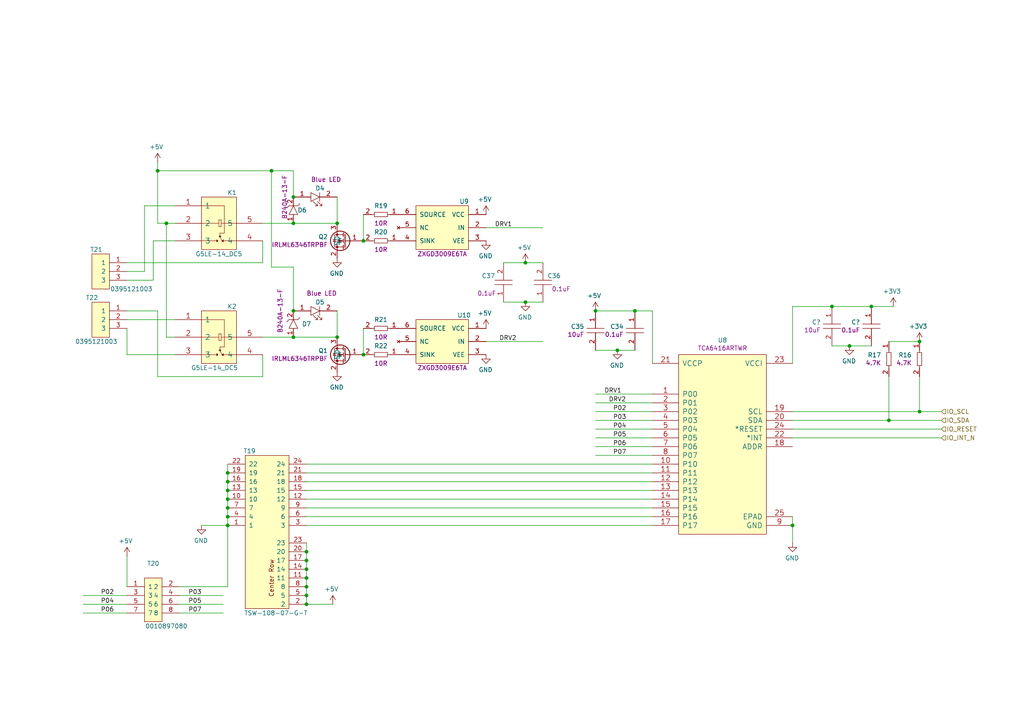
<source format=kicad_sch>
(kicad_sch (version 20230121) (generator eeschema)
  (paper "A4")
  (junction (at 88.9 170.18))
  (junction (at 66.04 137.16))
  (junction (at 97.79 97.79))
  (junction (at 85.09 64.77))
  (junction (at 45.72 49.53))
  (junction (at 48.26 64.77))
  (junction (at 179.07 101.6))
  (junction (at 184.15 90.17))
  (junction (at 252.73 88.9))
  (junction (at 85.09 57.15))
  (junction (at 88.9 160.02))
  (junction (at 66.04 147.32))
  (junction (at 66.04 149.86))
  (junction (at 105.41 69.85))
  (junction (at 88.9 162.56))
  (junction (at 241.3 88.9))
  (junction (at 85.09 90.17))
  (junction (at 172.72 90.17))
  (junction (at 88.9 165.1))
  (junction (at 246.38 100.33))
  (junction (at 85.09 97.79))
  (junction (at 66.04 144.78))
  (junction (at 229.87 152.4))
  (junction (at 97.79 64.77))
  (junction (at 266.7 99.06))
  (junction (at 105.41 102.87))
  (junction (at 257.81 121.92))
  (junction (at 88.9 167.64))
  (junction (at 266.7 119.38))
  (junction (at 88.9 175.26))
  (junction (at 152.4 76.2))
  (junction (at 66.04 139.7))
  (junction (at 152.4 87.63))
  (junction (at 88.9 172.72))
  (junction (at 66.04 152.4))
  (junction (at 66.04 142.24))
  (junction (at 78.74 49.53))
  (wire (pts (xy 85.09 90.17) (xy 85.09 77.47)))
  (wire (pts (xy 48.26 64.77) (xy 48.26 97.79)))
  (wire (pts (xy 229.87 127) (xy 273.05 127)))
  (wire (pts (xy 36.83 76.2) (xy 76.2 76.2)))
  (wire (pts (xy 229.87 152.4) (xy 229.87 157.48)))
  (wire (pts (xy 184.15 101.6) (xy 179.07 101.6)))
  (wire (pts (xy 88.9 160.02) (xy 88.9 162.56)))
  (wire (pts (xy 44.45 81.28) (xy 36.83 81.28)))
  (wire (pts (xy 45.72 49.53) (xy 45.72 64.77)))
  (wire (pts (xy 66.04 142.24) (xy 66.04 144.78)))
  (wire (pts (xy 66.04 152.4) (xy 66.04 170.18)))
  (wire (pts (xy 189.23 149.86) (xy 88.9 149.86)))
  (wire (pts (xy 252.73 100.33) (xy 246.38 100.33)))
  (wire (pts (xy 44.45 69.85) (xy 44.45 81.28)))
  (wire (pts (xy 97.79 97.79) (xy 97.79 90.17)))
  (wire (pts (xy 85.09 97.79) (xy 97.79 97.79)))
  (wire (pts (xy 229.87 88.9) (xy 241.3 88.9)))
  (wire (pts (xy 36.83 102.87) (xy 36.83 95.25)))
  (wire (pts (xy 179.07 101.6) (xy 172.72 101.6)))
  (wire (pts (xy 66.04 134.62) (xy 66.04 137.16)))
  (wire (pts (xy 88.9 167.64) (xy 88.9 170.18)))
  (wire (pts (xy 88.9 170.18) (xy 88.9 172.72)))
  (wire (pts (xy 229.87 105.41) (xy 229.87 88.9)))
  (wire (pts (xy 189.23 90.17) (xy 189.23 105.41)))
  (wire (pts (xy 36.83 92.71) (xy 50.8 92.71)))
  (wire (pts (xy 189.23 137.16) (xy 88.9 137.16)))
  (wire (pts (xy 64.77 172.72) (xy 52.07 172.72)))
  (wire (pts (xy 172.72 124.46) (xy 189.23 124.46)))
  (wire (pts (xy 36.83 175.26) (xy 24.13 175.26)))
  (wire (pts (xy 105.41 69.85) (xy 105.41 62.23)))
  (wire (pts (xy 45.72 90.17) (xy 45.72 109.22)))
  (wire (pts (xy 229.87 119.38) (xy 266.7 119.38)))
  (wire (pts (xy 172.72 129.54) (xy 189.23 129.54)))
  (wire (pts (xy 189.23 142.24) (xy 88.9 142.24)))
  (wire (pts (xy 50.8 69.85) (xy 44.45 69.85)))
  (wire (pts (xy 266.7 109.22) (xy 266.7 119.38)))
  (wire (pts (xy 50.8 102.87) (xy 36.83 102.87)))
  (wire (pts (xy 157.48 76.2) (xy 152.4 76.2)))
  (wire (pts (xy 52.07 170.18) (xy 66.04 170.18)))
  (wire (pts (xy 88.9 162.56) (xy 88.9 165.1)))
  (wire (pts (xy 152.4 76.2) (xy 146.05 76.2)))
  (wire (pts (xy 172.72 132.08) (xy 189.23 132.08)))
  (wire (pts (xy 229.87 149.86) (xy 229.87 152.4)))
  (wire (pts (xy 76.2 97.79) (xy 85.09 97.79)))
  (wire (pts (xy 172.72 116.84) (xy 189.23 116.84)))
  (wire (pts (xy 88.9 172.72) (xy 88.9 175.26)))
  (wire (pts (xy 45.72 109.22) (xy 76.2 109.22)))
  (wire (pts (xy 88.9 165.1) (xy 88.9 167.64)))
  (wire (pts (xy 189.23 139.7) (xy 88.9 139.7)))
  (wire (pts (xy 172.72 127) (xy 189.23 127)))
  (wire (pts (xy 66.04 149.86) (xy 66.04 152.4)))
  (wire (pts (xy 78.74 77.47) (xy 78.74 49.53)))
  (wire (pts (xy 241.3 88.9) (xy 252.73 88.9)))
  (wire (pts (xy 36.83 177.8) (xy 24.13 177.8)))
  (wire (pts (xy 105.41 102.87) (xy 105.41 95.25)))
  (wire (pts (xy 246.38 100.33) (xy 241.3 100.33)))
  (wire (pts (xy 257.81 109.22) (xy 257.81 121.92)))
  (wire (pts (xy 66.04 147.32) (xy 66.04 149.86)))
  (wire (pts (xy 36.83 90.17) (xy 45.72 90.17)))
  (wire (pts (xy 152.4 87.63) (xy 157.48 87.63)))
  (wire (pts (xy 172.72 119.38) (xy 189.23 119.38)))
  (wire (pts (xy 36.83 170.18) (xy 36.83 161.29)))
  (wire (pts (xy 189.23 147.32) (xy 88.9 147.32)))
  (wire (pts (xy 45.72 49.53) (xy 78.74 49.53)))
  (wire (pts (xy 48.26 64.77) (xy 45.72 64.77)))
  (wire (pts (xy 88.9 157.48) (xy 88.9 160.02)))
  (wire (pts (xy 88.9 175.26) (xy 96.52 175.26)))
  (wire (pts (xy 41.91 78.74) (xy 36.83 78.74)))
  (wire (pts (xy 85.09 77.47) (xy 78.74 77.47)))
  (wire (pts (xy 172.72 90.17) (xy 184.15 90.17)))
  (wire (pts (xy 66.04 139.7) (xy 66.04 142.24)))
  (wire (pts (xy 76.2 76.2) (xy 76.2 69.85)))
  (wire (pts (xy 50.8 59.69) (xy 41.91 59.69)))
  (wire (pts (xy 78.74 49.53) (xy 85.09 49.53)))
  (wire (pts (xy 252.73 88.9) (xy 259.08 88.9)))
  (wire (pts (xy 97.79 57.15) (xy 97.79 64.77)))
  (wire (pts (xy 66.04 144.78) (xy 66.04 147.32)))
  (wire (pts (xy 140.97 66.04) (xy 157.48 66.04)))
  (wire (pts (xy 184.15 90.17) (xy 189.23 90.17)))
  (wire (pts (xy 41.91 59.69) (xy 41.91 78.74)))
  (wire (pts (xy 50.8 64.77) (xy 48.26 64.77)))
  (wire (pts (xy 189.23 134.62) (xy 88.9 134.62)))
  (wire (pts (xy 229.87 124.46) (xy 273.05 124.46)))
  (wire (pts (xy 85.09 49.53) (xy 85.09 57.15)))
  (wire (pts (xy 48.26 97.79) (xy 50.8 97.79)))
  (wire (pts (xy 58.42 152.4) (xy 66.04 152.4)))
  (wire (pts (xy 229.87 121.92) (xy 257.81 121.92)))
  (wire (pts (xy 266.7 99.06) (xy 257.81 99.06)))
  (wire (pts (xy 45.72 46.99) (xy 45.72 49.53)))
  (wire (pts (xy 64.77 175.26) (xy 52.07 175.26)))
  (wire (pts (xy 172.72 114.3) (xy 189.23 114.3)))
  (wire (pts (xy 189.23 152.4) (xy 88.9 152.4)))
  (wire (pts (xy 146.05 87.63) (xy 152.4 87.63)))
  (wire (pts (xy 64.77 177.8) (xy 52.07 177.8)))
  (wire (pts (xy 172.72 121.92) (xy 189.23 121.92)))
  (wire (pts (xy 36.83 172.72) (xy 24.13 172.72)))
  (wire (pts (xy 140.97 99.06) (xy 157.48 99.06)))
  (wire (pts (xy 66.04 137.16) (xy 66.04 139.7)))
  (wire (pts (xy 273.05 119.38) (xy 266.7 119.38)))
  (wire (pts (xy 85.09 64.77) (xy 97.79 64.77)))
  (wire (pts (xy 76.2 109.22) (xy 76.2 102.87)))
  (wire (pts (xy 189.23 144.78) (xy 88.9 144.78)))
  (wire (pts (xy 273.05 121.92) (xy 257.81 121.92)))
  (wire (pts (xy 76.2 64.77) (xy 85.09 64.77)))
  (label "DRV2" (at 144.78 99.06 0))
  (label "P03" (at 54.61 172.72 0))
  (label "P03" (at 177.8 121.92 0))
  (label "DRV2" (at 176.53 116.84 0))
  (label "P07" (at 54.61 177.8 0))
  (label "P06" (at 29.21 177.8 0))
  (label "DRV1" (at 175.26 114.3 0))
  (label "P02" (at 29.21 172.72 0))
  (label "DRV1" (at 143.51 66.04 0))
  (label "P05" (at 177.8 127 0))
  (label "P04" (at 177.8 124.46 0))
  (label "P05" (at 54.61 175.26 0))
  (label "P06" (at 177.8 129.54 0))
  (label "P02" (at 177.8 119.38 0))
  (label "P07" (at 177.8 132.08 0))
  (label "P04" (at 29.21 175.26 0))
  (hierarchical_label "IO_SCL" (shape input) (at 273.05 119.38 0))
  (hierarchical_label "IO_SDA" (shape input) (at 273.05 121.92 0))
  (hierarchical_label "IO_RESET" (shape input) (at 273.05 124.46 0))
  (hierarchical_label "IO_INT_N" (shape input) (at 273.05 127 0))
  (symbol (lib_id "AVR-KiCAD-Lib-Capacitors:GRM188R61A106KE69J") (at 172.72 95.25 90) (mirror x) (unit 1)
    (property "Reference" "C35" (at 169.4688 94.7166 90) (effects (justify left)))
    (property "Value" "GRM188R61A106KE69J" (effects hide))
    (property "Footprint" "AVR-KiCAD-Lib-Capacitors:C0603" (effects hide))
    (property "Datasheet" "https://search.murata.co.jp/Ceramy/image/img/A01X/G101/ENG/GRM188R61A106KE69-01.pdf" (effects hide))
    (property "Cost QTY: 1" "0.18000" (effects hide))
    (property "Cost QTY: 1000" "0.03841" (effects hide))
    (property "Cost QTY: 2500" "0.03674" (effects hide))
    (property "Cost QTY: 5000" "0.03340" (effects hide))
    (property "Cost QTY: 10000" "0.02640" (effects hide))
    (property "MFR" "Murata Electronics" (effects hide))
    (property "MFR#" "GRM188R61A106KE69J" (effects hide))
    (property "Vendor" "Digikey" (effects hide))
    (property "Vendor #" "490-14372-2-ND" (effects hide))
    (property "Designer" "AVR" (effects hide))
    (property "Height" "0.95mm" (effects hide))
    (property "Date Created" "2/28/2020" (effects hide))
    (property "Date Modified" "2/28/2020" (effects hide))
    (property "Lead-Free ?" "Yes" (effects hide))
    (property "RoHS Levels" "1" (effects hide))
    (property "Mounting" "SMT" (effects hide))
    (property "Pin Count #" "2" (effects hide))
    (property "Status" "Active" (effects hide))
    (property "Tolerance" "10%" (effects hide))
    (property "Type" "Ceramic Cap" (effects hide))
    (property "Voltage" "10V" (effects hide))
    (property "Package" "0603" (effects hide))
    (property "Description" "10µF ±10% 10V Ceramic Capacitor X5R 0603 (1608 Metric)" (effects hide))
    (property "_Value_" "10uF" (at 169.4688 97.028 90) (effects (justify left)))
    (property "Management_ID" "*" (effects hide))
  )
  (symbol (lib_id "AVR-KiCAD-Lib-Capacitors:C0402C104K9PACTU") (at 184.15 95.25 90) (mirror x) (unit 1)
    (property "Reference" "C34" (at 180.8988 94.7166 90) (effects (justify left)))
    (property "Value" "C0402C104K9PACTU" (effects hide))
    (property "Footprint" "AVR-KiCAD-Lib-Resistors:R0402" (effects hide))
    (property "Datasheet" "https://content.kemet.com/datasheets/KEM_C1006_X5R_SMD.pdf" (effects hide))
    (property "Cost QTY: 1" "0.10000" (effects hide))
    (property "Cost QTY: 1000" "0.01139" (effects hide))
    (property "Cost QTY: 2500" "0.01035" (effects hide))
    (property "Cost QTY: 5000" "0.00952" (effects hide))
    (property "Cost QTY: 10000" "0.00756" (effects hide))
    (property "MFR" "KEMET" (effects hide))
    (property "MFR#" "C0402C104K9PACTU" (effects hide))
    (property "Vendor" "Digikey" (effects hide))
    (property "Vendor #" "399-3026-6-ND" (effects hide))
    (property "Designer" "AVR" (effects hide))
    (property "Height" "0.55mm" (effects hide))
    (property "Date Created" "12/7/2019" (effects hide))
    (property "Date Modified" "12/7/2019" (effects hide))
    (property "Lead-Free ?" "Yes" (effects hide))
    (property "RoHS Levels" "1" (effects hide))
    (property "Mounting" "SMT" (effects hide))
    (property "Pin Count #" "2" (effects hide))
    (property "Status" "Active" (effects hide))
    (property "Tolerance" "10%" (effects hide))
    (property "Type" "Ceramic Cap" (effects hide))
    (property "Voltage" "6.3V" (effects hide))
    (property "Package" "0402" (effects hide))
    (property "Description" "0.1µF ±10% 6.3V Ceramic Capacitor X5R 0402 (1005 Metric)" (effects hide))
    (property "_Value_" "0.1uF" (at 180.8988 97.028 90) (effects (justify left)))
    (property "Management_ID" "*" (effects hide))
  )
  (symbol (lib_id "power:+5V") (at 172.72 90.17 0) (mirror y) (unit 1)
    (property "Reference" "#PWR0103" (effects hide))
    (property "Value" "+5V" (at 172.339 85.7758 0))
  )
  (symbol (lib_id "power:GND") (at 179.07 101.6 0) (mirror y) (unit 1)
    (property "Reference" "#PWR0115" (effects hide))
    (property "Value" "GND" (at 178.943 105.9942 0))
  )
  (symbol (lib_id "AVR-KiCAD-Lib-Connectors:0010897080") (at 41.91 167.64 0) (unit 1)
    (property "Reference" "T20" (at 44.45 163.449 0))
    (property "Value" "0010897080" (at 48.26 181.61 0))
    (property "Footprint" "AVR-KiCAD-Lib-Connectors:Pin_Header_Straight_2x04_Pitch2.54mm" (effects hide))
    (property "Datasheet" "https://www.molex.com/pdm_docs/sd/010897080_sd.pdf" (effects hide))
    (property "Cost QTY: 1" "1.05000" (effects hide))
    (property "Cost QTY: 1000" "0.57952" (effects hide))
    (property "Cost QTY: 2500" "*" (effects hide))
    (property "Cost QTY: 5000" "0.50708" (effects hide))
    (property "Cost QTY: 10000" "0.48173" (effects hide))
    (property "MFR" "Molex" (effects hide))
    (property "MFR#" "0010897080" (effects hide))
    (property "Vendor" "Digikey" (effects hide))
    (property "Vendor #" "0010897080" (effects hide))
    (property "Designer" "AVR" (effects hide))
    (property "Height" "8.4mm" (effects hide))
    (property "Date Created" "6/30/2020" (effects hide))
    (property "Date Modified" "6/30/2020" (effects hide))
    (property "Lead-Free ?" "Yes" (effects hide))
    (property "RoHS Levels" "1" (effects hide))
    (property "Mounting" "ThroughHole" (effects hide))
    (property "Pin Count #" "8" (effects hide))
    (property "Status" "Active" (effects hide))
    (property "Tolerance" "*" (effects hide))
    (property "Type" "Pin Header" (effects hide))
    (property "Voltage" "*" (effects hide))
    (property "Package" "*" (effects hide))
    (property "Description" "Connector Header Through Hole 8 position 0.100\" (2.54mm)" (effects hide))
    (property "_Value_" "2X04" (effects hide))
    (property "Management_ID" "*" (effects hide))
  )
  (symbol (lib_id "AVR-KiCAD-Lib-Resistors:RC0402FR-074K7L") (at 266.7 104.14 90) (mirror x) (unit 1)
    (property "Reference" "R16" (at 264.4648 102.9716 90) (effects (justify left)))
    (property "Value" "RC0402FR-074K7L" (effects hide))
    (property "Footprint" "AVR-KiCAD-Lib-Resistors:R0402" (effects hide))
    (property "Datasheet" "https://www.yageo.com/upload/media/product/productsearch/datasheet/rchip/PYu-RC_Group_51_RoHS_L_10.pdf" (effects hide))
    (property "Cost QTY: 1" "0.10000" (effects hide))
    (property "Cost QTY: 1000" "0.00289" (effects hide))
    (property "Cost QTY: 2500" "0.00251" (effects hide))
    (property "Cost QTY: 5000" "0.00207" (effects hide))
    (property "Cost QTY: 10000" "0.00163" (effects hide))
    (property "MFR" "Yageo" (effects hide))
    (property "MFR#" "RC0402FR-074K7L" (effects hide))
    (property "Vendor" "Digikey" (effects hide))
    (property "Vendor #" "311-4.7KLRCT-ND" (effects hide))
    (property "Designer" "AVR" (effects hide))
    (property "Height" "0.4mm" (effects hide))
    (property "Date Created" "12/11/2019" (effects hide))
    (property "Date Modified" "12/11/2019" (effects hide))
    (property "Lead-Free ?" "Yes" (effects hide))
    (property "RoHS Levels" "1" (effects hide))
    (property "Mounting" "SMT" (effects hide))
    (property "Pin Count #" "2" (effects hide))
    (property "Status" "Active" (effects hide))
    (property "Tolerance" "1%" (effects hide))
    (property "Type" "Thick Film Resistor" (effects hide))
    (property "Voltage" "*" (effects hide))
    (property "Package" "0402" (effects hide))
    (property "_Value_" "4.7K" (at 264.4648 105.283 90) (effects (justify left)))
    (property "Management_ID" "*" (effects hide))
    (property "Description" "4.7 kOhms ±1% 0.063W, 1/16W Chip Resistor 0402 (1005 Metric) Moisture Resistant Thick Film" (effects hide))
    (instances (project "agricoltura-vine" (path "" (reference "R16") (unit 1)) (path "" (reference "R?") (unit 1))))
  )
  (symbol (lib_id "AVR-KiCAD-Lib-Resistors:RC0402FR-074K7L") (at 257.81 104.14 90) (mirror x) (unit 1)
    (property "Reference" "R17" (at 255.5748 102.9716 90) (effects (justify left)))
    (property "Value" "RC0402FR-074K7L" (effects hide))
    (property "Footprint" "AVR-KiCAD-Lib-Resistors:R0402" (effects hide))
    (property "Datasheet" "https://www.yageo.com/upload/media/product/productsearch/datasheet/rchip/PYu-RC_Group_51_RoHS_L_10.pdf" (effects hide))
    (property "Cost QTY: 1" "0.10000" (effects hide))
    (property "Cost QTY: 1000" "0.00289" (effects hide))
    (property "Cost QTY: 2500" "0.00251" (effects hide))
    (property "Cost QTY: 5000" "0.00207" (effects hide))
    (property "Cost QTY: 10000" "0.00163" (effects hide))
    (property "MFR" "Yageo" (effects hide))
    (property "MFR#" "RC0402FR-074K7L" (effects hide))
    (property "Vendor" "Digikey" (effects hide))
    (property "Vendor #" "311-4.7KLRCT-ND" (effects hide))
    (property "Designer" "AVR" (effects hide))
    (property "Height" "0.4mm" (effects hide))
    (property "Date Created" "12/11/2019" (effects hide))
    (property "Date Modified" "12/11/2019" (effects hide))
    (property "Lead-Free ?" "Yes" (effects hide))
    (property "RoHS Levels" "1" (effects hide))
    (property "Mounting" "SMT" (effects hide))
    (property "Pin Count #" "2" (effects hide))
    (property "Status" "Active" (effects hide))
    (property "Tolerance" "1%" (effects hide))
    (property "Type" "Thick Film Resistor" (effects hide))
    (property "Voltage" "*" (effects hide))
    (property "Package" "0402" (effects hide))
    (property "_Value_" "4.7K" (at 255.5748 105.283 90) (effects (justify left)))
    (property "Management_ID" "*" (effects hide))
    (property "Description" "4.7 kOhms ±1% 0.063W, 1/16W Chip Resistor 0402 (1005 Metric) Moisture Resistant Thick Film" (effects hide))
    (instances (project "agricoltura-vine" (path "" (reference "R17") (unit 1)) (path "" (reference "R?") (unit 1))))
  )
  (symbol (lib_id "power:+3V3") (at 266.7 99.06 0) (mirror y) (unit 1)
    (property "Reference" "#PWR0101" (effects hide))
    (property "Value" "+3V3" (at 266.319 94.6658 0))
    (instances (project "agricoltura-vine" (path "" (reference "#PWR0101") (unit 1)) (path "" (reference "#PWR?") (unit 1))))
  )
  (symbol (lib_id "AVR-KiCAD-Lib-Connectors:0395121003") (at 31.75 76.2 0) (mirror y) (unit 1)
    (property "Reference" "T21" (at 27.94 72.39 0))
    (property "Value" "0395121003" (at 38.1 83.82 0))
    (property "Footprint" "AVR-KiCAD-Lib-Connectors:0395121003" (effects hide))
    (property "Datasheet" "https://www.molex.com/pdm_docs/sd/395121002_sd.pdf" (effects hide))
    (property "Cost QTY: 1" "1.03000" (effects hide))
    (property "Cost QTY: 1000" "0.43200" (effects hide))
    (property "Cost QTY: 2500" "*" (effects hide))
    (property "Cost QTY: 5000" "0.35100" (effects hide))
    (property "Cost QTY: 10000" "*" (effects hide))
    (property "MFR" "Molex" (effects hide))
    (property "MFR#" "0395121003" (effects hide))
    (property "Vendor" "Digikey" (effects hide))
    (property "Vendor #" "WM20086-ND" (effects hide))
    (property "Designer" "AVR" (effects hide))
    (property "Height" "6.86mm" (effects hide))
    (property "Date Created" "7/2/2020" (effects hide))
    (property "Date Modified" "7/2/2020" (effects hide))
    (property "Lead-Free ?" "Yes" (effects hide))
    (property "RoHS Levels" "1" (effects hide))
    (property "Mounting" "ThroughHole" (effects hide))
    (property "Pin Count #" "3" (effects hide))
    (property "Status" "Active" (effects hide))
    (property "Tolerance" "*" (effects hide))
    (property "Type" "Connector" (effects hide))
    (property "Voltage" "300V" (effects hide))
    (property "Package" "*" (effects hide))
    (property "Description" "3 Position Terminal Block Header, Male Pins, Shrouded (4 Side) 0.150\" (3.81mm) 90°, Right Angle  Through Hole" (effects hide))
    (property "_Value_" "0395121003" (effects hide))
    (property "Management_ID" "*" (effects hide))
  )
  (symbol (lib_id "AVR-KiCAD-Lib-Connectors:0395121003") (at 31.75 90.17 0) (mirror y) (unit 1)
    (property "Reference" "T22" (at 26.67 86.36 0))
    (property "Value" "0395121003" (at 27.94 99.06 0))
    (property "Footprint" "AVR-KiCAD-Lib-Connectors:0395121003" (effects hide))
    (property "Datasheet" "https://www.molex.com/pdm_docs/sd/395121002_sd.pdf" (effects hide))
    (property "Cost QTY: 1" "1.03000" (effects hide))
    (property "Cost QTY: 1000" "0.43200" (effects hide))
    (property "Cost QTY: 2500" "*" (effects hide))
    (property "Cost QTY: 5000" "0.35100" (effects hide))
    (property "Cost QTY: 10000" "*" (effects hide))
    (property "MFR" "Molex" (effects hide))
    (property "MFR#" "0395121003" (effects hide))
    (property "Vendor" "Digikey" (effects hide))
    (property "Vendor #" "WM20086-ND" (effects hide))
    (property "Designer" "AVR" (effects hide))
    (property "Height" "6.86mm" (effects hide))
    (property "Date Created" "7/2/2020" (effects hide))
    (property "Date Modified" "7/2/2020" (effects hide))
    (property "Lead-Free ?" "Yes" (effects hide))
    (property "RoHS Levels" "1" (effects hide))
    (property "Mounting" "ThroughHole" (effects hide))
    (property "Pin Count #" "3" (effects hide))
    (property "Status" "Active" (effects hide))
    (property "Tolerance" "*" (effects hide))
    (property "Type" "Connector" (effects hide))
    (property "Voltage" "300V" (effects hide))
    (property "Package" "*" (effects hide))
    (property "Description" "3 Position Terminal Block Header, Male Pins, Shrouded (4 Side) 0.150\" (3.81mm) 90°, Right Angle  Through Hole" (effects hide))
    (property "_Value_" "0395121003" (effects hide))
    (property "Management_ID" "*" (effects hide))
  )
  (symbol (lib_id "power:+5V") (at 36.83 161.29 0) (mirror y) (unit 1)
    (property "Reference" "#PWR0128" (effects hide))
    (property "Value" "+5V" (at 36.449 156.8958 0))
  )
  (symbol (lib_id "AVR-KiCAD-Lib-Capacitors:GRM188R61A106KE69J") (at 241.3 93.98 90) (mirror x) (unit 1)
    (property "Reference" "C?" (at 238.0488 93.4466 90) (effects (justify left)))
    (property "Value" "GRM188R61A106KE69J" (effects hide))
    (property "Footprint" "AVR-KiCAD-Lib-Capacitors:C0603" (effects hide))
    (property "Datasheet" "https://search.murata.co.jp/Ceramy/image/img/A01X/G101/ENG/GRM188R61A106KE69-01.pdf" (effects hide))
    (property "Cost QTY: 1" "0.18000" (effects hide))
    (property "Cost QTY: 1000" "0.03841" (effects hide))
    (property "Cost QTY: 2500" "0.03674" (effects hide))
    (property "Cost QTY: 5000" "0.03340" (effects hide))
    (property "Cost QTY: 10000" "0.02640" (effects hide))
    (property "MFR" "Murata Electronics" (effects hide))
    (property "MFR#" "GRM188R61A106KE69J" (effects hide))
    (property "Vendor" "Digikey" (effects hide))
    (property "Vendor #" "490-14372-2-ND" (effects hide))
    (property "Designer" "AVR" (effects hide))
    (property "Height" "0.95mm" (effects hide))
    (property "Date Created" "2/28/2020" (effects hide))
    (property "Date Modified" "2/28/2020" (effects hide))
    (property "Lead-Free ?" "Yes" (effects hide))
    (property "RoHS Levels" "1" (effects hide))
    (property "Mounting" "SMT" (effects hide))
    (property "Pin Count #" "2" (effects hide))
    (property "Status" "Active" (effects hide))
    (property "Tolerance" "10%" (effects hide))
    (property "Type" "Ceramic Cap" (effects hide))
    (property "Voltage" "10V" (effects hide))
    (property "Package" "0603" (effects hide))
    (property "Description" "10µF ±10% 10V Ceramic Capacitor X5R 0603 (1608 Metric)" (effects hide))
    (property "_Value_" "10uF" (at 238.0488 95.758 90) (effects (justify left)))
    (property "Management_ID" "*" (effects hide))
    (instances (project "agricoltura-vine" (path "" (reference "C?") (unit 1)) (path "" (reference "C?") (unit 1)) (path "" (reference "C33") (unit 1))))
  )
  (symbol (lib_id "AVR-KiCAD-Lib-Capacitors:C0402C104K9PACTU") (at 252.73 93.98 90) (mirror x) (unit 1)
    (property "Reference" "C?" (at 249.4788 93.4466 90) (effects (justify left)))
    (property "Value" "C0402C104K9PACTU" (effects hide))
    (property "Footprint" "AVR-KiCAD-Lib-Resistors:R0402" (effects hide))
    (property "Datasheet" "https://content.kemet.com/datasheets/KEM_C1006_X5R_SMD.pdf" (effects hide))
    (property "Cost QTY: 1" "0.10000" (effects hide))
    (property "Cost QTY: 1000" "0.01139" (effects hide))
    (property "Cost QTY: 2500" "0.01035" (effects hide))
    (property "Cost QTY: 5000" "0.00952" (effects hide))
    (property "Cost QTY: 10000" "0.00756" (effects hide))
    (property "MFR" "KEMET" (effects hide))
    (property "MFR#" "C0402C104K9PACTU" (effects hide))
    (property "Vendor" "Digikey" (effects hide))
    (property "Vendor #" "399-3026-6-ND" (effects hide))
    (property "Designer" "AVR" (effects hide))
    (property "Height" "0.55mm" (effects hide))
    (property "Date Created" "12/7/2019" (effects hide))
    (property "Date Modified" "12/7/2019" (effects hide))
    (property "Lead-Free ?" "Yes" (effects hide))
    (property "RoHS Levels" "1" (effects hide))
    (property "Mounting" "SMT" (effects hide))
    (property "Pin Count #" "2" (effects hide))
    (property "Status" "Active" (effects hide))
    (property "Tolerance" "10%" (effects hide))
    (property "Type" "Ceramic Cap" (effects hide))
    (property "Voltage" "6.3V" (effects hide))
    (property "Package" "0402" (effects hide))
    (property "Description" "0.1µF ±10% 6.3V Ceramic Capacitor X5R 0402 (1005 Metric)" (effects hide))
    (property "_Value_" "0.1uF" (at 249.4788 95.758 90) (effects (justify left)))
    (property "Management_ID" "*" (effects hide))
    (instances (project "agricoltura-vine" (path "" (reference "C?") (unit 1)) (path "" (reference "C?") (unit 1)) (path "" (reference "C32") (unit 1))))
  )
  (symbol (lib_id "power:+3V3") (at 259.08 88.9 0) (mirror y) (unit 1)
    (property "Reference" "#PWR0116" (effects hide))
    (property "Value" "+3V3" (at 258.699 84.5058 0))
  )
  (symbol (lib_id "power:GND") (at 246.38 100.33 0) (mirror y) (unit 1)
    (property "Reference" "#PWR0117" (effects hide))
    (property "Value" "GND" (at 246.253 104.7242 0))
  )
  (symbol (lib_id "power:GND") (at 229.87 157.48 0) (mirror y) (unit 1)
    (property "Reference" "#PWR0118" (effects hide))
    (property "Value" "GND" (at 229.743 161.8742 0))
  )
  (symbol (lib_id "power:+5V") (at 96.52 175.26 0) (mirror y) (unit 1)
    (property "Reference" "#PWR0113" (effects hide))
    (property "Value" "+5V" (at 96.139 170.8658 0))
  )
  (symbol (lib_id "AVR-KiCAD-Lib-Mech-Relays-Contactors:G5LE-14_DC5") (at 58.42 57.15 0) (unit 1)
    (property "Reference" "K1" (at 67.31 55.88 0))
    (property "Value" "G5LE-14_DC5" (at 63.5 73.66 0))
    (property "Footprint" "AVR-KiCAD-Lib-Relays-Contactors:G5LE-14_DC5" (effects hide))
    (property "Datasheet" "https://omronfs.omron.com/en_US/ecb/products/pdf/en-g5le.pdf" (effects hide))
    (property "Cost QTY: 1" "1.44000" (effects hide))
    (property "Cost QTY: 1000" "0.84028" (effects hide))
    (property "Cost QTY: 2500" "*" (effects hide))
    (property "Cost QTY: 5000" "0.81027" (effects hide))
    (property "Cost QTY: 10000" "*" (effects hide))
    (property "MFR" "Omron Electronics Inc-EMC Div" (effects hide))
    (property "MFR#" "G5LE-14 DC5" (effects hide))
    (property "Vendor" "Digikey" (effects hide))
    (property "Vendor #" "Z1011-ND" (effects hide))
    (property "Designer" "AVR" (effects hide))
    (property "Height" "19mm" (effects hide))
    (property "Date Created" "6/23/2020" (effects hide))
    (property "Date Modified" "6/23/2020" (effects hide))
    (property "Lead-Free ?" "Yes" (effects hide))
    (property "RoHS Levels" "1" (effects hide))
    (property "Mounting" "ThroughHole" (effects hide))
    (property "Pin Count #" "5" (effects hide))
    (property "Status" "Active" (effects hide))
    (property "Tolerance" "*" (effects hide))
    (property "Type" "Relay-Contactor" (effects hide))
    (property "Voltage" "5VDC Coil, 250VAC, 125VDC - Max" (effects hide))
    (property "Package" "*" (effects hide))
    (property "Description" "General Purpose Relay SPDT (1 Form C) 5VDC Coil Through Hole" (effects hide))
    (property "_Value_" "G5LE-14 DC5" (effects hide))
    (property "Management_ID" "*" (effects hide))
  )
  (symbol (lib_id "AVR-KiCAD-Lib-Mech-Relays-Contactors:G5LE-14_DC5") (at 58.42 90.17 0) (unit 1)
    (property "Reference" "K2" (at 67.31 88.9 0))
    (property "Value" "G5LE-14_DC5" (at 62.23 106.68 0))
    (property "Footprint" "AVR-KiCAD-Lib-Relays-Contactors:G5LE-14_DC5" (effects hide))
    (property "Datasheet" "https://omronfs.omron.com/en_US/ecb/products/pdf/en-g5le.pdf" (effects hide))
    (property "Cost QTY: 1" "1.44000" (effects hide))
    (property "Cost QTY: 1000" "0.84028" (effects hide))
    (property "Cost QTY: 2500" "*" (effects hide))
    (property "Cost QTY: 5000" "0.81027" (effects hide))
    (property "Cost QTY: 10000" "*" (effects hide))
    (property "MFR" "Omron Electronics Inc-EMC Div" (effects hide))
    (property "MFR#" "G5LE-14 DC5" (effects hide))
    (property "Vendor" "Digikey" (effects hide))
    (property "Vendor #" "Z1011-ND" (effects hide))
    (property "Designer" "AVR" (effects hide))
    (property "Height" "19mm" (effects hide))
    (property "Date Created" "6/23/2020" (effects hide))
    (property "Date Modified" "6/23/2020" (effects hide))
    (property "Lead-Free ?" "Yes" (effects hide))
    (property "RoHS Levels" "1" (effects hide))
    (property "Mounting" "ThroughHole" (effects hide))
    (property "Pin Count #" "5" (effects hide))
    (property "Status" "Active" (effects hide))
    (property "Tolerance" "*" (effects hide))
    (property "Type" "Relay-Contactor" (effects hide))
    (property "Voltage" "5VDC Coil, 250VAC, 125VDC - Max" (effects hide))
    (property "Package" "*" (effects hide))
    (property "Description" "General Purpose Relay SPDT (1 Form C) 5VDC Coil Through Hole" (effects hide))
    (property "_Value_" "G5LE-14 DC5" (effects hide))
    (property "Management_ID" "*" (effects hide))
  )
  (symbol (lib_id "AVR-KiCAD-Lib-ICs:TCA6416ARTWR") (at 222.25 102.87 0) (mirror y) (unit 1)
    (property "Reference" "U8" (at 209.55 98.679 0))
    (property "Value" "TCA6416ARTWR" (effects hide))
    (property "Footprint" "AVR-KiCAD-Lib-ICs:TCA6416ARTWR" (effects hide))
    (property "Datasheet" "https://www.ti.com/lit/ds/symlink/tca6416a.pdf?HQS=TI-null-null-digikeymode-df-pf-null-wwe&ts=1593222624822" (effects hide))
    (property "Cost QTY: 1" "1.55000" (effects hide))
    (property "Cost QTY: 1000" "0.65800" (effects hide))
    (property "Cost QTY: 2500" "*" (effects hide))
    (property "Cost QTY: 5000" "*" (effects hide))
    (property "Cost QTY: 10000" "0.58280" (effects hide))
    (property "MFR" "Texas Instruments" (effects hide))
    (property "MFR#" "TCA6416ARTWR" (effects hide))
    (property "Vendor" "Digikey" (effects hide))
    (property "Vendor #" "296-24826-1-ND" (effects hide))
    (property "Designer" "AVR" (effects hide))
    (property "Height" "1.2mm" (effects hide))
    (property "Date Created" "6/26/2020" (effects hide))
    (property "Date Modified" "6/26/2020" (effects hide))
    (property "Lead-Free ?" "Yes" (effects hide))
    (property "RoHS Levels" "1" (effects hide))
    (property "Mounting" "SMT" (effects hide))
    (property "Pin Count #" "25" (effects hide))
    (property "Status" "Active" (effects hide))
    (property "Tolerance" "*" (effects hide))
    (property "Type" "IC" (effects hide))
    (property "Voltage" "1.65V ~ 5.5V" (effects hide))
    (property "Package" "24-WQFN (4x4)" (effects hide))
    (property "Description" "I/O Expander 16 I²C, SMBus 400kHz 24-TSSOP" (effects hide))
    (property "_Value_" "TCA6416ARTWR" (at 209.55 100.9904 0))
    (property "Management_ID" "*" (effects hide))
  )
  (symbol (lib_id "AVR-KiCAD-Lib-Connectors:TSW-108-07-G-T") (at 71.12 132.08 0) (unit 1)
    (property "Reference" "T19" (at 72.39 130.81 0))
    (property "Value" "TSW-108-07-G-T" (at 80.01 177.8 0))
    (property "Footprint" "AVR-KiCAD-Lib-Connectors:TSW-108-07-G-T" (effects hide))
    (property "Datasheet" "http://suddendocs.samtec.com/catalog_english/tsw_th.pdf" (effects hide))
    (property "Cost QTY: 1" "2.51000" (effects hide))
    (property "Cost QTY: 1000" "1.39350" (effects hide))
    (property "Cost QTY: 2500" "*" (effects hide))
    (property "Cost QTY: 5000" "1.23557" (effects hide))
    (property "Cost QTY: 10000" "1.20770" (effects hide))
    (property "MFR" "Samtec Inc." (effects hide))
    (property "MFR#" "TSW-108-07-G-T" (effects hide))
    (property "Vendor" "Digikey" (effects hide))
    (property "Vendor #" "SAM10855-ND" (effects hide))
    (property "Designer" "AVR" (effects hide))
    (property "Height" "10.92mm" (effects hide))
    (property "Date Created" "6/18/2020" (effects hide))
    (property "Date Modified" "6/18/2020" (effects hide))
    (property "Lead-Free ?" "Yes" (effects hide))
    (property "RoHS Levels" "1" (effects hide))
    (property "Mounting" "SMT" (effects hide))
    (property "Pin Count #" "24" (effects hide))
    (property "Status" "Active" (effects hide))
    (property "Tolerance" "*" (effects hide))
    (property "Type" "Connector" (effects hide))
    (property "Voltage" "*" (effects hide))
    (property "Package" "*" (effects hide))
    (property "Description" "Connector Header Through Hole 24 position 0.100\" (2.54mm)" (effects hide))
    (property "_Value_" "3X08" (effects hide))
    (property "Management_ID" "*" (effects hide))
  )
  (symbol (lib_id "power:GND") (at 58.42 152.4 0) (mirror y) (unit 1)
    (property "Reference" "#PWR061" (effects hide))
    (property "Value" "GND" (at 58.293 156.7942 0))
  )
  (symbol (lib_id "AVR-KiCAD-Lib-ICs:ZXGD3009E6TA") (at 135.89 59.69 0) (mirror y) (unit 1)
    (property "Reference" "U9" (at 134.62 58.42 0))
    (property "Value" "ZXGD3009E6TA" (effects hide))
    (property "Footprint" "growbox-KiCAD-ICs:SOT-23-6_Handsoldering" (effects hide))
    (property "Datasheet" "https://www.diodes.com/assets/Datasheets/ZXGD3009E6.pdf" (effects hide))
    (property "Cost QTY: 1" "0.40000" (effects hide))
    (property "Cost QTY: 1000" "0.14090" (effects hide))
    (property "Cost QTY: 2500" "*" (effects hide))
    (property "Cost QTY: 5000" "0.13181" (effects hide))
    (property "Cost QTY: 10000" "0.12272" (effects hide))
    (property "MFR" "Diodes Incorporated" (effects hide))
    (property "MFR#" "ZXGD3009E6TA" (effects hide))
    (property "Vendor" "Digikey" (effects hide))
    (property "Vendor #" "ZXGD3009E6TADICT-ND" (effects hide))
    (property "Designer" "AVR" (effects hide))
    (property "Height" "*" (effects hide))
    (property "Date Created" "3/31/2020" (effects hide))
    (property "Date Modified" "3/31/2020" (effects hide))
    (property "Lead-Free ?" "Yes" (effects hide))
    (property "RoHS Levels" "1" (effects hide))
    (property "Mounting" "SMT" (effects hide))
    (property "Pin Count #" "6" (effects hide))
    (property "Status" "Active" (effects hide))
    (property "Tolerance" "*" (effects hide))
    (property "Type" "GATE DRIVER" (effects hide))
    (property "Voltage" "40V" (effects hide))
    (property "Package" "SOT-23-6" (effects hide))
    (property "Description" "Low-Side Gate Driver IC Non-Inverting SOT-26" (effects hide))
    (property "_Value_" "ZXGD3009E6TA" (at 128.27 73.66 0))
    (property "Management_ID" "*" (effects hide))
  )
  (symbol (lib_id "AVR-KiCAD-Lib-ICs:ZXGD3009E6TA") (at 135.89 92.71 0) (mirror y) (unit 1)
    (property "Reference" "U10" (at 134.62 91.44 0))
    (property "Value" "ZXGD3009E6TA" (effects hide))
    (property "Footprint" "growbox-KiCAD-ICs:SOT-23-6_Handsoldering" (effects hide))
    (property "Datasheet" "https://www.diodes.com/assets/Datasheets/ZXGD3009E6.pdf" (effects hide))
    (property "Cost QTY: 1" "0.40000" (effects hide))
    (property "Cost QTY: 1000" "0.14090" (effects hide))
    (property "Cost QTY: 2500" "*" (effects hide))
    (property "Cost QTY: 5000" "0.13181" (effects hide))
    (property "Cost QTY: 10000" "0.12272" (effects hide))
    (property "MFR" "Diodes Incorporated" (effects hide))
    (property "MFR#" "ZXGD3009E6TA" (effects hide))
    (property "Vendor" "Digikey" (effects hide))
    (property "Vendor #" "ZXGD3009E6TADICT-ND" (effects hide))
    (property "Designer" "AVR" (effects hide))
    (property "Height" "*" (effects hide))
    (property "Date Created" "3/31/2020" (effects hide))
    (property "Date Modified" "3/31/2020" (effects hide))
    (property "Lead-Free ?" "Yes" (effects hide))
    (property "RoHS Levels" "1" (effects hide))
    (property "Mounting" "SMT" (effects hide))
    (property "Pin Count #" "6" (effects hide))
    (property "Status" "Active" (effects hide))
    (property "Tolerance" "*" (effects hide))
    (property "Type" "GATE DRIVER" (effects hide))
    (property "Voltage" "40V" (effects hide))
    (property "Package" "SOT-23-6" (effects hide))
    (property "Description" "Low-Side Gate Driver IC Non-Inverting SOT-26" (effects hide))
    (property "_Value_" "ZXGD3009E6TA" (at 128.27 106.68 0))
    (property "Management_ID" "*" (effects hide))
  )
  (symbol (lib_id "AVR-KiCAD-Lib-Transistors:IRLML6346TRPBF") (at 97.79 69.85 0) (mirror y) (unit 1)
    (property "Reference" "Q2" (at 95.0976 68.6816 0) (effects (justify left)))
    (property "Value" "IRLML6346TRPBF" (effects hide))
    (property "Footprint" "AVR-KiCAD-Lib-Transistors:SOT-23" (effects hide))
    (property "Datasheet" "https://www.infineon.com/dgdl/irlml6346pbf.pdf?fileId=5546d462533600a401535668a336262e" (effects hide))
    (property "Cost QTY: 1" "0.42000" (effects hide))
    (property "Cost QTY: 1000" "0.10260" (effects hide))
    (property "Cost QTY: 2500" "*" (effects hide))
    (property "Cost QTY: 5000" "0.09388" (effects hide))
    (property "Cost QTY: 10000" "0.08978" (effects hide))
    (property "MFR" "Infineon Technologies" (effects hide))
    (property "MFR#" "IRLML6346TRPBF" (effects hide))
    (property "Vendor" "Digikey" (effects hide))
    (property "Vendor #" "IRLML6346TRPBFCT-ND" (effects hide))
    (property "Designer" "AVR" (effects hide))
    (property "Height" "1.12mm" (effects hide))
    (property "Date Created" "4/1/2020" (effects hide))
    (property "Date Modified" "4/1/2020" (effects hide))
    (property "Lead-Free ?" "Yes" (effects hide))
    (property "RoHS Levels" "1" (effects hide))
    (property "Mounting" "SMT" (effects hide))
    (property "Pin Count #" "3" (effects hide))
    (property "Status" "Active" (effects hide))
    (property "Tolerance" "*" (effects hide))
    (property "Type" "N-Channel MOSFET" (effects hide))
    (property "Voltage" "30V" (effects hide))
    (property "Package" "SOT23" (effects hide))
    (property "Description" "N-Channel 30V 3.4A (Ta) 1.3W (Ta) Surface Mount Micro3™/SOT-23" (effects hide))
    (property "_Value_" "IRLML6346TRPBF" (at 95.0976 70.993 0) (effects (justify left)))
    (property "Management_ID" "*" (effects hide))
  )
  (symbol (lib_id "AVR-KiCAD-Lib-Diodes:LTST-C194TBKT") (at 91.44 57.15 0) (mirror x) (unit 1)
    (property "Reference" "D4" (at 91.44 54.61 0) (effects (justify left)))
    (property "Value" "LTST-C194TBKT" (effects hide))
    (property "Footprint" "AVR-KiCAD-Lib-Diodes:LED0603" (effects hide))
    (property "Datasheet" "http://optoelectronics.liteon.com/upload/download/DS22-2010-0025/LTST-C194TBKT.PDF" (effects hide))
    (property "Cost QTY: 1" "0.42000" (effects hide))
    (property "Cost QTY: 1000" "0.07797" (effects hide))
    (property "Cost QTY: 2500" "*" (effects hide))
    (property "Cost QTY: 5000" "0.06102" (effects hide))
    (property "Cost QTY: 10000" "0.05424" (effects hide))
    (property "MFR" "Lite-On Inc." (effects hide))
    (property "MFR#" "LTST-C194TBKT" (effects hide))
    (property "Vendor" "Digikey" (effects hide))
    (property "Vendor #" "160-1837-2-ND" (effects hide))
    (property "Designer" "AVR" (effects hide))
    (property "Height" "0.45mm" (effects hide))
    (property "Date Created" "3/1/2020" (effects hide))
    (property "Date Modified" "3/1/2020" (effects hide))
    (property "Lead-Free ?" "Yes" (effects hide))
    (property "RoHS Levels" "1" (effects hide))
    (property "Mounting" "SMT" (effects hide))
    (property "Pin Count #" "2" (effects hide))
    (property "Status" "Active" (effects hide))
    (property "Tolerance" "*" (effects hide))
    (property "Type" "Blue LED Colorless" (effects hide))
    (property "Voltage" "3.3V" (effects hide))
    (property "Package" "0603" (effects hide))
    (property "Description" "Blue 468nm LED Indication - Discrete 3.3V 0603 (1608 Metric)" (effects hide))
    (property "_Value_" "Blue LED" (at 90.17 52.07 0) (effects (justify left)))
    (property "Management_ID" "*" (effects hide))
  )
  (symbol (lib_id "AVR-KiCAD-Lib-Diodes:B240A-13-F") (at 85.09 60.96 270) (mirror x) (unit 1)
    (property "Reference" "D6" (at 87.63 60.96 90))
    (property "Value" "B240A-13-F" (effects hide))
    (property "Footprint" "AVR-KiCAD-Lib-Diodes:B240A-13-F" (effects hide))
    (property "Datasheet" "https://www.diodes.com/assets/Datasheets/ds13004.pdf" (effects hide))
    (property "Cost QTY: 1" "0.41000" (effects hide))
    (property "Cost QTY: 1000" "0.10100" (effects hide))
    (property "Cost QTY: 2500" "0.09242" (effects hide))
    (property "Cost QTY: 5000" "0.08838" (effects hide))
    (property "Cost QTY: 10000" "0.07828" (effects hide))
    (property "MFR" "Diodes Incorporated" (effects hide))
    (property "MFR#" "B240A-13-F" (effects hide))
    (property "Vendor" "Digikey" (effects hide))
    (property "Vendor #" "B240A-FDICT-ND" (effects hide))
    (property "Designer" "AVR" (effects hide))
    (property "Height" "0.73mm" (effects hide))
    (property "Date Created" "3/30/2020" (effects hide))
    (property "Date Modified" "3/30/2020" (effects hide))
    (property "Lead-Free ?" "Yes" (effects hide))
    (property "RoHS Levels" "1" (effects hide))
    (property "Mounting" "SMT" (effects hide))
    (property "Pin Count #" "2" (effects hide))
    (property "Status" "Active" (effects hide))
    (property "Tolerance" "*" (effects hide))
    (property "Type" "TVS Diode" (effects hide))
    (property "Voltage" "40V" (effects hide))
    (property "Package" "DO-214AC, SMA" (effects hide))
    (property "Description" "Diode Schottky 40V 2A Surface Mount SMA" (effects hide))
    (property "_Value_" "B240A-13-F" (at 82.55 57.15 0))
    (property "Management_ID" "*" (effects hide))
  )
  (symbol (lib_id "agricoltura-vine-rescue:RC0402FR-0710RL-AVR-KiCAD-Lib-Diodes") (at 110.49 69.85 0) (mirror y) (unit 1)
    (property "Reference" "R20" (at 110.49 67.31 0))
    (property "Value" "RC0402FR-0710RL" (effects hide))
    (property "Footprint" "AVR-KiCAD-Lib-Resistors:R0402" (effects hide))
    (property "Datasheet" "https://www.yageo.com/upload/media/product/productsearch/datasheet/rchip/PYu-RC_Group_51_RoHS_L_10.pdf" (effects hide))
    (property "Cost QTY: 1" "0.10000" (effects hide))
    (property "Cost QTY: 1000" "0.00435" (effects hide))
    (property "Cost QTY: 2500" "0.00377" (effects hide))
    (property "Cost QTY: 5000" "0.00312" (effects hide))
    (property "Cost QTY: 10000" "0.00246" (effects hide))
    (property "MFR" "0.00246" (effects hide))
    (property "MFR#" "RC0402FR-0710RL" (effects hide))
    (property "Vendor" "Digikey" (effects hide))
    (property "Vendor #" "311-10.0LRCT-ND" (effects hide))
    (property "Designer" "AVR" (effects hide))
    (property "Height" "0.4mm" (effects hide))
    (property "Date Created" "4/1/2020" (effects hide))
    (property "Date Modified" "4/1/2020" (effects hide))
    (property "Lead-Free ?" "Yes" (effects hide))
    (property "RoHS Levels" "1" (effects hide))
    (property "Mounting" "SMT" (effects hide))
    (property "Pin Count #" "2" (effects hide))
    (property "Status" "Active" (effects hide))
    (property "Tolerance" "1%" (effects hide))
    (property "Type" "Thick FIlm Resistor" (effects hide))
    (property "Voltage" "*" (effects hide))
    (property "Package" "0402" (effects hide))
    (property "_Value_" "10R" (at 110.49 72.39 0))
    (property "Management_ID" "*" (effects hide))
    (property "Description" "10 Ohms ±1% 0.063W, 1/16W Chip Resistor 0402 (1005 Metric) Moisture Resistant Thick Film" (effects hide))
  )
  (symbol (lib_id "agricoltura-vine-rescue:RC0402FR-0710RL-AVR-KiCAD-Lib-Diodes") (at 110.49 62.23 0) (mirror y) (unit 1)
    (property "Reference" "R19" (at 110.49 59.69 0))
    (property "Value" "RC0402FR-0710RL" (effects hide))
    (property "Footprint" "AVR-KiCAD-Lib-Resistors:R0402" (effects hide))
    (property "Datasheet" "https://www.yageo.com/upload/media/product/productsearch/datasheet/rchip/PYu-RC_Group_51_RoHS_L_10.pdf" (effects hide))
    (property "Cost QTY: 1" "0.10000" (effects hide))
    (property "Cost QTY: 1000" "0.00435" (effects hide))
    (property "Cost QTY: 2500" "0.00377" (effects hide))
    (property "Cost QTY: 5000" "0.00312" (effects hide))
    (property "Cost QTY: 10000" "0.00246" (effects hide))
    (property "MFR" "0.00246" (effects hide))
    (property "MFR#" "RC0402FR-0710RL" (effects hide))
    (property "Vendor" "Digikey" (effects hide))
    (property "Vendor #" "311-10.0LRCT-ND" (effects hide))
    (property "Designer" "AVR" (effects hide))
    (property "Height" "0.4mm" (effects hide))
    (property "Date Created" "4/1/2020" (effects hide))
    (property "Date Modified" "4/1/2020" (effects hide))
    (property "Lead-Free ?" "Yes" (effects hide))
    (property "RoHS Levels" "1" (effects hide))
    (property "Mounting" "SMT" (effects hide))
    (property "Pin Count #" "2" (effects hide))
    (property "Status" "Active" (effects hide))
    (property "Tolerance" "1%" (effects hide))
    (property "Type" "Thick FIlm Resistor" (effects hide))
    (property "Voltage" "*" (effects hide))
    (property "Package" "0402" (effects hide))
    (property "_Value_" "10R" (at 110.49 64.77 0))
    (property "Management_ID" "*" (effects hide))
    (property "Description" "10 Ohms ±1% 0.063W, 1/16W Chip Resistor 0402 (1005 Metric) Moisture Resistant Thick Film" (effects hide))
  )
  (symbol (lib_id "AVR-KiCAD-Lib-Transistors:IRLML6346TRPBF") (at 97.79 102.87 0) (mirror y) (unit 1)
    (property "Reference" "Q1" (at 95.0976 101.7016 0) (effects (justify left)))
    (property "Value" "IRLML6346TRPBF" (effects hide))
    (property "Footprint" "AVR-KiCAD-Lib-Transistors:SOT-23" (effects hide))
    (property "Datasheet" "https://www.infineon.com/dgdl/irlml6346pbf.pdf?fileId=5546d462533600a401535668a336262e" (effects hide))
    (property "Cost QTY: 1" "0.42000" (effects hide))
    (property "Cost QTY: 1000" "0.10260" (effects hide))
    (property "Cost QTY: 2500" "*" (effects hide))
    (property "Cost QTY: 5000" "0.09388" (effects hide))
    (property "Cost QTY: 10000" "0.08978" (effects hide))
    (property "MFR" "Infineon Technologies" (effects hide))
    (property "MFR#" "IRLML6346TRPBF" (effects hide))
    (property "Vendor" "Digikey" (effects hide))
    (property "Vendor #" "IRLML6346TRPBFCT-ND" (effects hide))
    (property "Designer" "AVR" (effects hide))
    (property "Height" "1.12mm" (effects hide))
    (property "Date Created" "4/1/2020" (effects hide))
    (property "Date Modified" "4/1/2020" (effects hide))
    (property "Lead-Free ?" "Yes" (effects hide))
    (property "RoHS Levels" "1" (effects hide))
    (property "Mounting" "SMT" (effects hide))
    (property "Pin Count #" "3" (effects hide))
    (property "Status" "Active" (effects hide))
    (property "Tolerance" "*" (effects hide))
    (property "Type" "N-Channel MOSFET" (effects hide))
    (property "Voltage" "30V" (effects hide))
    (property "Package" "SOT23" (effects hide))
    (property "Description" "N-Channel 30V 3.4A (Ta) 1.3W (Ta) Surface Mount Micro3™/SOT-23" (effects hide))
    (property "_Value_" "IRLML6346TRPBF" (at 95.0976 104.013 0) (effects (justify left)))
    (property "Management_ID" "*" (effects hide))
  )
  (symbol (lib_id "agricoltura-vine-rescue:RC0402FR-0710RL-AVR-KiCAD-Lib-Diodes") (at 110.49 102.87 0) (mirror y) (unit 1)
    (property "Reference" "R22" (at 110.49 100.33 0))
    (property "Value" "RC0402FR-0710RL" (effects hide))
    (property "Footprint" "AVR-KiCAD-Lib-Resistors:R0402" (effects hide))
    (property "Datasheet" "https://www.yageo.com/upload/media/product/productsearch/datasheet/rchip/PYu-RC_Group_51_RoHS_L_10.pdf" (effects hide))
    (property "Cost QTY: 1" "0.10000" (effects hide))
    (property "Cost QTY: 1000" "0.00435" (effects hide))
    (property "Cost QTY: 2500" "0.00377" (effects hide))
    (property "Cost QTY: 5000" "0.00312" (effects hide))
    (property "Cost QTY: 10000" "0.00246" (effects hide))
    (property "MFR" "0.00246" (effects hide))
    (property "MFR#" "RC0402FR-0710RL" (effects hide))
    (property "Vendor" "Digikey" (effects hide))
    (property "Vendor #" "311-10.0LRCT-ND" (effects hide))
    (property "Designer" "AVR" (effects hide))
    (property "Height" "0.4mm" (effects hide))
    (property "Date Created" "4/1/2020" (effects hide))
    (property "Date Modified" "4/1/2020" (effects hide))
    (property "Lead-Free ?" "Yes" (effects hide))
    (property "RoHS Levels" "1" (effects hide))
    (property "Mounting" "SMT" (effects hide))
    (property "Pin Count #" "2" (effects hide))
    (property "Status" "Active" (effects hide))
    (property "Tolerance" "1%" (effects hide))
    (property "Type" "Thick FIlm Resistor" (effects hide))
    (property "Voltage" "*" (effects hide))
    (property "Package" "0402" (effects hide))
    (property "_Value_" "10R" (at 110.49 105.41 0))
    (property "Management_ID" "*" (effects hide))
    (property "Description" "10 Ohms ±1% 0.063W, 1/16W Chip Resistor 0402 (1005 Metric) Moisture Resistant Thick Film" (effects hide))
  )
  (symbol (lib_id "agricoltura-vine-rescue:RC0402FR-0710RL-AVR-KiCAD-Lib-Diodes") (at 110.49 95.25 0) (mirror y) (unit 1)
    (property "Reference" "R21" (at 110.49 92.71 0))
    (property "Value" "RC0402FR-0710RL" (effects hide))
    (property "Footprint" "AVR-KiCAD-Lib-Resistors:R0402" (effects hide))
    (property "Datasheet" "https://www.yageo.com/upload/media/product/productsearch/datasheet/rchip/PYu-RC_Group_51_RoHS_L_10.pdf" (effects hide))
    (property "Cost QTY: 1" "0.10000" (effects hide))
    (property "Cost QTY: 1000" "0.00435" (effects hide))
    (property "Cost QTY: 2500" "0.00377" (effects hide))
    (property "Cost QTY: 5000" "0.00312" (effects hide))
    (property "Cost QTY: 10000" "0.00246" (effects hide))
    (property "MFR" "0.00246" (effects hide))
    (property "MFR#" "RC0402FR-0710RL" (effects hide))
    (property "Vendor" "Digikey" (effects hide))
    (property "Vendor #" "311-10.0LRCT-ND" (effects hide))
    (property "Designer" "AVR" (effects hide))
    (property "Height" "0.4mm" (effects hide))
    (property "Date Created" "4/1/2020" (effects hide))
    (property "Date Modified" "4/1/2020" (effects hide))
    (property "Lead-Free ?" "Yes" (effects hide))
    (property "RoHS Levels" "1" (effects hide))
    (property "Mounting" "SMT" (effects hide))
    (property "Pin Count #" "2" (effects hide))
    (property "Status" "Active" (effects hide))
    (property "Tolerance" "1%" (effects hide))
    (property "Type" "Thick FIlm Resistor" (effects hide))
    (property "Voltage" "*" (effects hide))
    (property "Package" "0402" (effects hide))
    (property "_Value_" "10R" (at 110.49 97.79 0))
    (property "Management_ID" "*" (effects hide))
    (property "Description" "10 Ohms ±1% 0.063W, 1/16W Chip Resistor 0402 (1005 Metric) Moisture Resistant Thick Film" (effects hide))
  )
  (symbol (lib_id "power:+5V") (at 45.72 46.99 0) (mirror y) (unit 1)
    (property "Reference" "#PWR0119" (effects hide))
    (property "Value" "+5V" (at 45.339 42.5958 0))
  )
  (symbol (lib_id "power:GND") (at 97.79 74.93 0) (mirror y) (unit 1)
    (property "Reference" "#PWR0120" (effects hide))
    (property "Value" "GND" (at 97.663 79.3242 0))
  )
  (symbol (lib_id "power:GND") (at 97.79 107.95 0) (mirror y) (unit 1)
    (property "Reference" "#PWR0121" (effects hide))
    (property "Value" "GND" (at 97.663 112.3442 0))
  )
  (symbol (lib_id "power:+5V") (at 152.4 76.2 0) (mirror y) (unit 1)
    (property "Reference" "#PWR0122" (effects hide))
    (property "Value" "+5V" (at 152.019 71.8058 0))
  )
  (symbol (lib_id "AVR-KiCAD-Lib-Diodes:LTST-C194TBKT") (at 91.44 90.17 0) (mirror x) (unit 1)
    (property "Reference" "D5" (at 91.44 87.63 0) (effects (justify left)))
    (property "Value" "LTST-C194TBKT" (effects hide))
    (property "Footprint" "AVR-KiCAD-Lib-Diodes:LED0603" (effects hide))
    (property "Datasheet" "http://optoelectronics.liteon.com/upload/download/DS22-2010-0025/LTST-C194TBKT.PDF" (effects hide))
    (property "Cost QTY: 1" "0.42000" (effects hide))
    (property "Cost QTY: 1000" "0.07797" (effects hide))
    (property "Cost QTY: 2500" "*" (effects hide))
    (property "Cost QTY: 5000" "0.06102" (effects hide))
    (property "Cost QTY: 10000" "0.05424" (effects hide))
    (property "MFR" "Lite-On Inc." (effects hide))
    (property "MFR#" "LTST-C194TBKT" (effects hide))
    (property "Vendor" "Digikey" (effects hide))
    (property "Vendor #" "160-1837-2-ND" (effects hide))
    (property "Designer" "AVR" (effects hide))
    (property "Height" "0.45mm" (effects hide))
    (property "Date Created" "3/1/2020" (effects hide))
    (property "Date Modified" "3/1/2020" (effects hide))
    (property "Lead-Free ?" "Yes" (effects hide))
    (property "RoHS Levels" "1" (effects hide))
    (property "Mounting" "SMT" (effects hide))
    (property "Pin Count #" "2" (effects hide))
    (property "Status" "Active" (effects hide))
    (property "Tolerance" "*" (effects hide))
    (property "Type" "Blue LED Colorless" (effects hide))
    (property "Voltage" "3.3V" (effects hide))
    (property "Package" "0603" (effects hide))
    (property "Description" "Blue 468nm LED Indication - Discrete 3.3V 0603 (1608 Metric)" (effects hide))
    (property "_Value_" "Blue LED" (at 88.9 85.09 0) (effects (justify left)))
    (property "Management_ID" "*" (effects hide))
  )
  (symbol (lib_id "AVR-KiCAD-Lib-Diodes:B240A-13-F") (at 85.09 93.98 270) (mirror x) (unit 1)
    (property "Reference" "D7" (at 88.9 93.98 90))
    (property "Value" "B240A-13-F" (effects hide))
    (property "Footprint" "AVR-KiCAD-Lib-Diodes:B240A-13-F" (effects hide))
    (property "Datasheet" "https://www.diodes.com/assets/Datasheets/ds13004.pdf" (effects hide))
    (property "Cost QTY: 1" "0.41000" (effects hide))
    (property "Cost QTY: 1000" "0.10100" (effects hide))
    (property "Cost QTY: 2500" "0.09242" (effects hide))
    (property "Cost QTY: 5000" "0.08838" (effects hide))
    (property "Cost QTY: 10000" "0.07828" (effects hide))
    (property "MFR" "Diodes Incorporated" (effects hide))
    (property "MFR#" "B240A-13-F" (effects hide))
    (property "Vendor" "Digikey" (effects hide))
    (property "Vendor #" "B240A-FDICT-ND" (effects hide))
    (property "Designer" "AVR" (effects hide))
    (property "Height" "0.73mm" (effects hide))
    (property "Date Created" "3/30/2020" (effects hide))
    (property "Date Modified" "3/30/2020" (effects hide))
    (property "Lead-Free ?" "Yes" (effects hide))
    (property "RoHS Levels" "1" (effects hide))
    (property "Mounting" "SMT" (effects hide))
    (property "Pin Count #" "2" (effects hide))
    (property "Status" "Active" (effects hide))
    (property "Tolerance" "*" (effects hide))
    (property "Type" "TVS Diode" (effects hide))
    (property "Voltage" "40V" (effects hide))
    (property "Package" "DO-214AC, SMA" (effects hide))
    (property "Description" "Diode Schottky 40V 2A Surface Mount SMA" (effects hide))
    (property "_Value_" "B240A-13-F" (at 81.28 90.17 0))
    (property "Management_ID" "*" (effects hide))
  )
  (symbol (lib_id "AVR-KiCAD-Lib-Capacitors:C0402C104K9PACTU") (at 157.48 82.55 270) (mirror x) (unit 1)
    (property "Reference" "C36" (at 158.75 80.01 90) (effects (justify left)))
    (property "Value" "C0402C104K9PACTU" (effects hide))
    (property "Footprint" "AVR-KiCAD-Lib-Resistors:R0402" (effects hide))
    (property "Datasheet" "https://content.kemet.com/datasheets/KEM_C1006_X5R_SMD.pdf" (effects hide))
    (property "Cost QTY: 1" "0.10000" (effects hide))
    (property "Cost QTY: 1000" "0.01139" (effects hide))
    (property "Cost QTY: 2500" "0.01035" (effects hide))
    (property "Cost QTY: 5000" "0.00952" (effects hide))
    (property "Cost QTY: 10000" "0.00756" (effects hide))
    (property "MFR" "KEMET" (effects hide))
    (property "MFR#" "C0402C104K9PACTU" (effects hide))
    (property "Vendor" "Digikey" (effects hide))
    (property "Vendor #" "399-3026-6-ND" (effects hide))
    (property "Designer" "AVR" (effects hide))
    (property "Height" "0.55mm" (effects hide))
    (property "Date Created" "12/7/2019" (effects hide))
    (property "Date Modified" "12/7/2019" (effects hide))
    (property "Lead-Free ?" "Yes" (effects hide))
    (property "RoHS Levels" "1" (effects hide))
    (property "Mounting" "SMT" (effects hide))
    (property "Pin Count #" "2" (effects hide))
    (property "Status" "Active" (effects hide))
    (property "Tolerance" "10%" (effects hide))
    (property "Type" "Ceramic Cap" (effects hide))
    (property "Voltage" "6.3V" (effects hide))
    (property "Package" "0402" (effects hide))
    (property "Description" "0.1µF ±10% 6.3V Ceramic Capacitor X5R 0402 (1005 Metric)" (effects hide))
    (property "_Value_" "0.1uF" (at 160.02 83.82 90) (effects (justify left)))
    (property "Management_ID" "*" (effects hide))
  )
  (symbol (lib_id "AVR-KiCAD-Lib-Capacitors:C0402C104K9PACTU") (at 146.05 82.55 270) (mirror x) (unit 1)
    (property "Reference" "C37" (at 139.7 80.01 90) (effects (justify left)))
    (property "Value" "C0402C104K9PACTU" (effects hide))
    (property "Footprint" "AVR-KiCAD-Lib-Resistors:R0402" (effects hide))
    (property "Datasheet" "https://content.kemet.com/datasheets/KEM_C1006_X5R_SMD.pdf" (effects hide))
    (property "Cost QTY: 1" "0.10000" (effects hide))
    (property "Cost QTY: 1000" "0.01139" (effects hide))
    (property "Cost QTY: 2500" "0.01035" (effects hide))
    (property "Cost QTY: 5000" "0.00952" (effects hide))
    (property "Cost QTY: 10000" "0.00756" (effects hide))
    (property "MFR" "KEMET" (effects hide))
    (property "MFR#" "C0402C104K9PACTU" (effects hide))
    (property "Vendor" "Digikey" (effects hide))
    (property "Vendor #" "399-3026-6-ND" (effects hide))
    (property "Designer" "AVR" (effects hide))
    (property "Height" "0.55mm" (effects hide))
    (property "Date Created" "12/7/2019" (effects hide))
    (property "Date Modified" "12/7/2019" (effects hide))
    (property "Lead-Free ?" "Yes" (effects hide))
    (property "RoHS Levels" "1" (effects hide))
    (property "Mounting" "SMT" (effects hide))
    (property "Pin Count #" "2" (effects hide))
    (property "Status" "Active" (effects hide))
    (property "Tolerance" "10%" (effects hide))
    (property "Type" "Ceramic Cap" (effects hide))
    (property "Voltage" "6.3V" (effects hide))
    (property "Package" "0402" (effects hide))
    (property "Description" "0.1µF ±10% 6.3V Ceramic Capacitor X5R 0402 (1005 Metric)" (effects hide))
    (property "_Value_" "0.1uF" (at 138.43 85.09 90) (effects (justify left)))
    (property "Management_ID" "*" (effects hide))
  )
  (symbol (lib_id "power:GND") (at 152.4 87.63 0) (mirror y) (unit 1)
    (property "Reference" "#PWR0123" (effects hide))
    (property "Value" "GND" (at 152.273 92.0242 0))
  )
  (symbol (lib_id "power:+5V") (at 140.97 95.25 0) (mirror y) (unit 1)
    (property "Reference" "#PWR0124" (effects hide))
    (property "Value" "+5V" (at 140.589 90.8558 0))
  )
  (symbol (lib_id "power:+5V") (at 140.97 62.23 0) (mirror y) (unit 1)
    (property "Reference" "#PWR0125" (effects hide))
    (property "Value" "+5V" (at 140.589 57.8358 0))
  )
  (symbol (lib_id "power:GND") (at 140.97 69.85 0) (mirror y) (unit 1)
    (property "Reference" "#PWR0126" (effects hide))
    (property "Value" "GND" (at 140.843 74.2442 0))
  )
  (symbol (lib_id "power:GND") (at 140.97 102.87 0) (mirror y) (unit 1)
    (property "Reference" "#PWR0127" (effects hide))
    (property "Value" "GND" (at 140.843 107.2642 0))
  )
)
</source>
